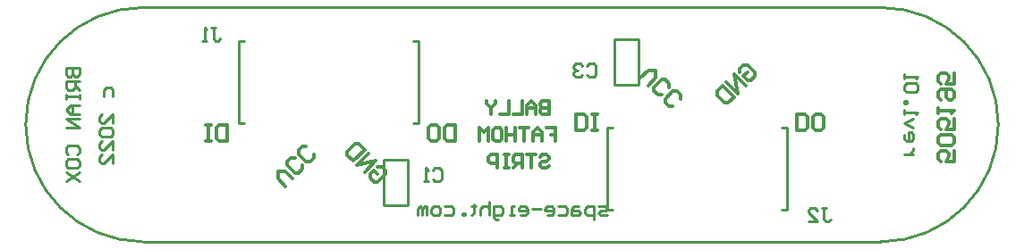
<source format=gbo>
%FSLAX25Y25*%
%MOIN*%
G70*
G01*
G75*
G04 Layer_Color=33789*
%ADD10R,0.05906X0.05906*%
%ADD11P,0.08352X4X195.0*%
%ADD12P,0.08352X4X75.0*%
%ADD13R,0.05000X0.04000*%
%ADD14C,0.02500*%
%ADD15C,0.16500*%
%ADD16C,0.04000*%
%ADD17R,0.08000X0.05000*%
%ADD18R,0.12205X0.17716*%
%ADD19C,0.05000*%
%ADD20C,0.01000*%
%ADD21C,0.01200*%
D20*
X901250Y1042500D02*
G03*
X901250Y955000I0J-43750D01*
G01*
X1176250D02*
G03*
X1176250Y1042500I0J43750D01*
G01*
X901250D02*
X1176250D01*
X901250Y955000D02*
X1176250D01*
X990984Y985516D02*
X1000016D01*
X990984Y968484D02*
Y985516D01*
Y968484D02*
X1000016D01*
Y985516D01*
X1076984Y1030516D02*
X1086016D01*
X1076984Y1013484D02*
Y1030516D01*
Y1013484D02*
X1086016D01*
Y1030516D01*
X1001870Y1029953D02*
X1003839D01*
Y999441D02*
Y1029953D01*
X1001870Y999441D02*
X1003839D01*
X936909Y1029953D02*
X938878D01*
X936909Y999441D02*
Y1029953D01*
Y999441D02*
X938878D01*
X1139122Y997453D02*
X1141091D01*
Y966941D02*
Y997453D01*
X1139122Y966941D02*
X1141091D01*
X1074161Y997453D02*
X1076130D01*
X1074161Y966941D02*
Y997453D01*
Y966941D02*
X1076130D01*
X1154168Y967498D02*
X1155834D01*
X1155001D01*
Y963333D01*
X1155834Y962500D01*
X1156667D01*
X1157500Y963333D01*
X1149169Y962500D02*
X1152502D01*
X1149169Y965832D01*
Y966665D01*
X1150002Y967498D01*
X1151669D01*
X1152502Y966665D01*
X926668Y1034998D02*
X928334D01*
X927501D01*
Y1030833D01*
X928334Y1030000D01*
X929167D01*
X930000Y1030833D01*
X925002Y1030000D02*
X923335D01*
X924169D01*
Y1034998D01*
X925002Y1034165D01*
X1066668Y1020665D02*
X1067501Y1021498D01*
X1069167D01*
X1070000Y1020665D01*
Y1017333D01*
X1069167Y1016500D01*
X1067501D01*
X1066668Y1017333D01*
X1065002Y1020665D02*
X1064169Y1021498D01*
X1062502D01*
X1061669Y1020665D01*
Y1019832D01*
X1062502Y1018999D01*
X1063336D01*
X1062502D01*
X1061669Y1018166D01*
Y1017333D01*
X1062502Y1016500D01*
X1064169D01*
X1065002Y1017333D01*
X1009168Y981665D02*
X1010001Y982498D01*
X1011667D01*
X1012500Y981665D01*
Y978333D01*
X1011667Y977500D01*
X1010001D01*
X1009168Y978333D01*
X1007502Y977500D02*
X1005836D01*
X1006669D01*
Y982498D01*
X1007502Y981665D01*
X886668Y1009168D02*
Y1011667D01*
X887501Y1012500D01*
X889167D01*
X890000Y1011667D01*
Y1009168D01*
Y999171D02*
Y1002503D01*
X886668Y999171D01*
X885835D01*
X885002Y1000004D01*
Y1001670D01*
X885835Y1002503D01*
Y997505D02*
X885002Y996672D01*
Y995006D01*
X885835Y994173D01*
X889167D01*
X890000Y995006D01*
Y996672D01*
X889167Y997505D01*
X885835D01*
X890000Y989174D02*
Y992507D01*
X886668Y989174D01*
X885835D01*
X885002Y990007D01*
Y991673D01*
X885835Y992507D01*
X890000Y984176D02*
Y987508D01*
X886668Y984176D01*
X885835D01*
X885002Y985009D01*
Y986675D01*
X885835Y987508D01*
X872502Y1020000D02*
X877500D01*
Y1017501D01*
X876667Y1016668D01*
X875834D01*
X875001Y1017501D01*
Y1020000D01*
Y1017501D01*
X874168Y1016668D01*
X873335D01*
X872502Y1017501D01*
Y1020000D01*
X877500Y1015002D02*
X872502D01*
Y1012502D01*
X873335Y1011669D01*
X875001D01*
X875834Y1012502D01*
Y1015002D01*
Y1013336D02*
X877500Y1011669D01*
X872502Y1010003D02*
Y1008337D01*
Y1009170D01*
X877500D01*
Y1010003D01*
Y1008337D01*
Y1005838D02*
X874168D01*
X872502Y1004172D01*
X874168Y1002506D01*
X877500D01*
X875001D01*
Y1005838D01*
X877500Y1000840D02*
X872502D01*
X877500Y997507D01*
X872502D01*
X873335Y987510D02*
X872502Y988344D01*
Y990010D01*
X873335Y990843D01*
X876667D01*
X877500Y990010D01*
Y988344D01*
X876667Y987510D01*
X872502Y983345D02*
Y985011D01*
X873335Y985844D01*
X876667D01*
X877500Y985011D01*
Y983345D01*
X876667Y982512D01*
X873335D01*
X872502Y983345D01*
Y980846D02*
X877500Y977514D01*
X872502D02*
X877500Y980846D01*
X1188332Y987500D02*
X1185000D01*
X1186666D01*
X1187499Y988333D01*
X1188332Y989166D01*
Y989999D01*
X1185000Y994998D02*
Y993331D01*
X1185833Y992498D01*
X1187499D01*
X1188332Y993331D01*
Y994998D01*
X1187499Y995831D01*
X1186666D01*
Y992498D01*
X1188332Y997497D02*
X1185000Y999163D01*
X1188332Y1000829D01*
X1185000Y1002495D02*
Y1004161D01*
Y1003328D01*
X1189998D01*
X1189165Y1002495D01*
X1185000Y1006660D02*
X1185833D01*
Y1007493D01*
X1185000D01*
Y1006660D01*
X1189165Y1010826D02*
X1189998Y1011659D01*
Y1013325D01*
X1189165Y1014158D01*
X1185833D01*
X1185000Y1013325D01*
Y1011659D01*
X1185833Y1010826D01*
X1189165D01*
X1185000Y1015824D02*
Y1017490D01*
Y1016657D01*
X1189998D01*
X1189165Y1015824D01*
X1074402Y964791D02*
X1071902D01*
X1071069Y965624D01*
X1071902Y966457D01*
X1073569D01*
X1074402Y967290D01*
X1073569Y968123D01*
X1071069D01*
X1069403Y963125D02*
Y968123D01*
X1066904D01*
X1066071Y967290D01*
Y965624D01*
X1066904Y964791D01*
X1069403D01*
X1063572Y968123D02*
X1061906D01*
X1061073Y967290D01*
Y964791D01*
X1063572D01*
X1064405Y965624D01*
X1063572Y966457D01*
X1061073D01*
X1056074Y968123D02*
X1058573D01*
X1059406Y967290D01*
Y965624D01*
X1058573Y964791D01*
X1056074D01*
X1051909D02*
X1053575D01*
X1054408Y965624D01*
Y967290D01*
X1053575Y968123D01*
X1051909D01*
X1051076Y967290D01*
Y966457D01*
X1054408D01*
X1049410Y967290D02*
X1046077D01*
X1041912Y964791D02*
X1043578D01*
X1044411Y965624D01*
Y967290D01*
X1043578Y968123D01*
X1041912D01*
X1041079Y967290D01*
Y966457D01*
X1044411D01*
X1039413Y964791D02*
X1037747D01*
X1038580D01*
Y968123D01*
X1039413D01*
X1033582Y963125D02*
X1032748D01*
X1031915Y963958D01*
Y968123D01*
X1034414D01*
X1035248Y967290D01*
Y965624D01*
X1034414Y964791D01*
X1031915D01*
X1030249Y969789D02*
Y964791D01*
Y967290D01*
X1029416Y968123D01*
X1027750D01*
X1026917Y967290D01*
Y964791D01*
X1024418Y968956D02*
Y968123D01*
X1025251D01*
X1023585D01*
X1024418D01*
Y965624D01*
X1023585Y964791D01*
X1021085D02*
Y965624D01*
X1020253D01*
Y964791D01*
X1021085D01*
X1013588Y968123D02*
X1016087D01*
X1016920Y967290D01*
Y965624D01*
X1016087Y964791D01*
X1013588D01*
X1011089D02*
X1009423D01*
X1008590Y965624D01*
Y967290D01*
X1009423Y968123D01*
X1011089D01*
X1011922Y967290D01*
Y965624D01*
X1011089Y964791D01*
X1006923D02*
Y968123D01*
X1006090D01*
X1005257Y967290D01*
Y964791D01*
Y967290D01*
X1004424Y968123D01*
X1003591Y967290D01*
Y964791D01*
D21*
X1203498Y988999D02*
Y985000D01*
X1200499D01*
X1201499Y986999D01*
Y987999D01*
X1200499Y988999D01*
X1198500D01*
X1197500Y987999D01*
Y986000D01*
X1198500Y985000D01*
X1202498Y990998D02*
X1203498Y991998D01*
Y993997D01*
X1202498Y994997D01*
X1198500D01*
X1197500Y993997D01*
Y991998D01*
X1198500Y990998D01*
X1202498D01*
X1203498Y1000995D02*
Y996996D01*
X1200499D01*
X1201499Y998995D01*
Y999995D01*
X1200499Y1000995D01*
X1198500D01*
X1197500Y999995D01*
Y997996D01*
X1198500Y996996D01*
X1197500Y1002994D02*
Y1004994D01*
Y1003994D01*
X1203498D01*
X1202498Y1002994D01*
X1198500Y1007993D02*
X1197500Y1008992D01*
Y1010992D01*
X1198500Y1011991D01*
X1202498D01*
X1203498Y1010992D01*
Y1008992D01*
X1202498Y1007993D01*
X1201499D01*
X1200499Y1008992D01*
Y1011991D01*
X1203498Y1017989D02*
Y1013991D01*
X1200499D01*
X1201499Y1015990D01*
Y1016990D01*
X1200499Y1017989D01*
X1198500D01*
X1197500Y1016990D01*
Y1014990D01*
X1198500Y1013991D01*
X1051668Y997498D02*
X1055000D01*
Y994999D01*
X1053334D01*
X1055000D01*
Y992500D01*
X1050002D02*
Y995832D01*
X1048335Y997498D01*
X1046669Y995832D01*
Y992500D01*
Y994999D01*
X1050002D01*
X1045003Y997498D02*
X1041671D01*
X1043337D01*
Y992500D01*
X1040005Y997498D02*
Y992500D01*
Y994999D01*
X1036673D01*
Y997498D01*
Y992500D01*
X1032507Y997498D02*
X1034173D01*
X1035007Y996665D01*
Y993333D01*
X1034173Y992500D01*
X1032507D01*
X1031674Y993333D01*
Y996665D01*
X1032507Y997498D01*
X1030008Y992500D02*
Y997498D01*
X1028342Y995832D01*
X1026676Y997498D01*
Y992500D01*
X1017500Y998498D02*
Y992500D01*
X1014501D01*
X1013501Y993500D01*
Y997498D01*
X1014501Y998498D01*
X1017500D01*
X1008503D02*
X1010502D01*
X1011502Y997498D01*
Y993500D01*
X1010502Y992500D01*
X1008503D01*
X1007503Y993500D01*
Y997498D01*
X1008503Y998498D01*
X932500D02*
Y992500D01*
X929501D01*
X928501Y993500D01*
Y997498D01*
X929501Y998498D01*
X932500D01*
X926502D02*
X924503D01*
X925502D01*
Y992500D01*
X926502D01*
X924503D01*
X954241Y975759D02*
X951414Y978586D01*
Y981414D01*
X954241Y981414D01*
X957069Y978586D01*
X960603Y983534D02*
Y982121D01*
X959189Y980707D01*
X957776D01*
X954948Y983534D01*
Y984948D01*
X956362Y986362D01*
X957776D01*
X964844Y987776D02*
Y986362D01*
X963431Y984948D01*
X962017D01*
X959189Y987776D01*
Y989189D01*
X960603Y990603D01*
X962017D01*
X988707Y983054D02*
X990121D01*
X991534Y981641D01*
Y980227D01*
X988707Y977399D01*
X987293D01*
X985879Y978813D01*
Y980227D01*
X987293Y981641D01*
X988707Y980227D01*
X983759Y980934D02*
X988000Y985175D01*
X980931Y983761D01*
X985172Y988002D01*
X983759Y989416D02*
X979517Y985175D01*
X977397Y987296D01*
Y988709D01*
X980224Y991537D01*
X981638D01*
X983759Y989416D01*
X1123638Y1018207D02*
Y1019621D01*
X1125052Y1021034D01*
X1126466D01*
X1129293Y1018207D01*
Y1016793D01*
X1127879Y1015379D01*
X1126466D01*
X1125052Y1016793D01*
X1126466Y1018207D01*
X1125759Y1013259D02*
X1121517Y1017500D01*
X1122931Y1010431D01*
X1118690Y1014672D01*
X1117276Y1013259D02*
X1121517Y1009017D01*
X1119397Y1006897D01*
X1117983D01*
X1115156Y1009724D01*
Y1011138D01*
X1117276Y1013259D01*
X1086715Y1016215D02*
X1089543Y1019043D01*
X1092370D01*
X1092370Y1016215D01*
X1089543Y1013388D01*
X1094491Y1009853D02*
X1093077D01*
X1091663Y1011267D01*
Y1012681D01*
X1094491Y1015508D01*
X1095905D01*
X1097318Y1014095D01*
Y1012681D01*
X1098732Y1005612D02*
X1097318D01*
X1095905Y1007026D01*
Y1008440D01*
X1098732Y1011267D01*
X1100146D01*
X1101560Y1009853D01*
Y1008440D01*
X1062500Y996502D02*
Y1002500D01*
X1065499D01*
X1066499Y1001500D01*
Y997502D01*
X1065499Y996502D01*
X1062500D01*
X1068498D02*
X1070497D01*
X1069498D01*
Y1002500D01*
X1068498D01*
X1070497D01*
X1145000Y996502D02*
Y1002500D01*
X1147999D01*
X1148999Y1001500D01*
Y997502D01*
X1147999Y996502D01*
X1145000D01*
X1153997D02*
X1151998D01*
X1150998Y997502D01*
Y1001500D01*
X1151998Y1002500D01*
X1153997D01*
X1154997Y1001500D01*
Y997502D01*
X1153997Y996502D01*
X1049168Y986665D02*
X1050001Y987498D01*
X1051667D01*
X1052500Y986665D01*
Y985832D01*
X1051667Y984999D01*
X1050001D01*
X1049168Y984166D01*
Y983333D01*
X1050001Y982500D01*
X1051667D01*
X1052500Y983333D01*
X1047502Y987498D02*
X1044169D01*
X1045835D01*
Y982500D01*
X1042503D02*
Y987498D01*
X1040004D01*
X1039171Y986665D01*
Y984999D01*
X1040004Y984166D01*
X1042503D01*
X1040837D02*
X1039171Y982500D01*
X1037505Y987498D02*
X1035839D01*
X1036672D01*
Y982500D01*
X1037505D01*
X1035839D01*
X1033340D02*
Y987498D01*
X1030840D01*
X1030007Y986665D01*
Y984999D01*
X1030840Y984166D01*
X1033340D01*
X1052500Y1007498D02*
Y1002500D01*
X1050001D01*
X1049168Y1003333D01*
Y1004166D01*
X1050001Y1004999D01*
X1052500D01*
X1050001D01*
X1049168Y1005832D01*
Y1006665D01*
X1050001Y1007498D01*
X1052500D01*
X1047502Y1002500D02*
Y1005832D01*
X1045835Y1007498D01*
X1044169Y1005832D01*
Y1002500D01*
Y1004999D01*
X1047502D01*
X1042503Y1007498D02*
Y1002500D01*
X1039171D01*
X1037505Y1007498D02*
Y1002500D01*
X1034173D01*
X1032506Y1007498D02*
Y1006665D01*
X1030840Y1004999D01*
X1029174Y1006665D01*
Y1007498D01*
X1030840Y1004999D02*
Y1002500D01*
M02*

</source>
